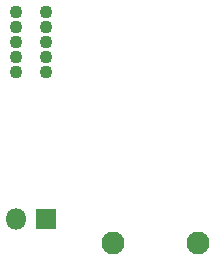
<source format=gbr>
%TF.GenerationSoftware,KiCad,Pcbnew,5.1.6*%
%TF.CreationDate,2021-04-23T20:37:08+02:00*%
%TF.ProjectId,prog,70726f67-2e6b-4696-9361-645f70636258,rev?*%
%TF.SameCoordinates,Original*%
%TF.FileFunction,Soldermask,Bot*%
%TF.FilePolarity,Negative*%
%FSLAX46Y46*%
G04 Gerber Fmt 4.6, Leading zero omitted, Abs format (unit mm)*
G04 Created by KiCad (PCBNEW 5.1.6) date 2021-04-23 20:37:08*
%MOMM*%
%LPD*%
G01*
G04 APERTURE LIST*
%ADD10C,1.950000*%
%ADD11C,1.100000*%
%ADD12O,1.800000X1.800000*%
%ADD13R,1.800000X1.800000*%
G04 APERTURE END LIST*
D10*
%TO.C,J2*%
X65188000Y-162560000D03*
X58038000Y-162560000D03*
%TD*%
D11*
%TO.C,J3*%
X49784000Y-148082000D03*
X52324000Y-148082000D03*
X49784000Y-146812000D03*
X52324000Y-146812000D03*
X49784000Y-145542000D03*
X52324000Y-145542000D03*
X49784000Y-144272000D03*
X52324000Y-144272000D03*
X49784000Y-143002000D03*
X52324000Y-143002000D03*
%TD*%
D12*
%TO.C,J1*%
X49784000Y-160528000D03*
D13*
X52324000Y-160528000D03*
%TD*%
M02*

</source>
